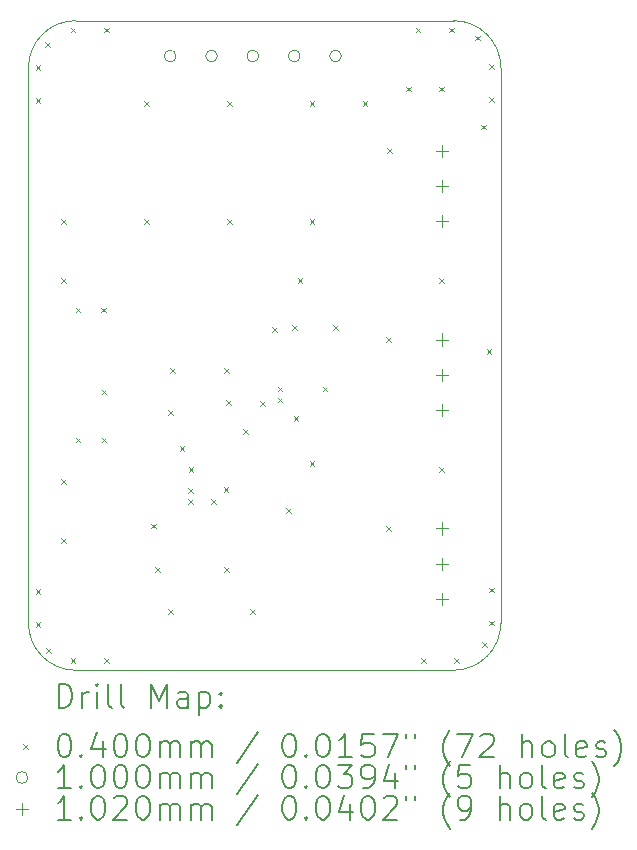
<source format=gbr>
%TF.GenerationSoftware,KiCad,Pcbnew,7.0.9*%
%TF.CreationDate,2023-11-28T01:14:56-06:00*%
%TF.ProjectId,Telemetry-Peripheral-SOM-Daughterboard-IMU,54656c65-6d65-4747-9279-2d5065726970,rev?*%
%TF.SameCoordinates,Original*%
%TF.FileFunction,Drillmap*%
%TF.FilePolarity,Positive*%
%FSLAX45Y45*%
G04 Gerber Fmt 4.5, Leading zero omitted, Abs format (unit mm)*
G04 Created by KiCad (PCBNEW 7.0.9) date 2023-11-28 01:14:56*
%MOMM*%
%LPD*%
G01*
G04 APERTURE LIST*
%ADD10C,0.100000*%
%ADD11C,0.200000*%
%ADD12C,0.102000*%
G04 APERTURE END LIST*
D10*
X18200000Y-11600000D02*
G75*
G03*
X18600000Y-11200000I0J400000D01*
G01*
X18600000Y-6500000D02*
G75*
G03*
X18200000Y-6100000I-400000J0D01*
G01*
X15000000Y-6100000D02*
G75*
G03*
X14600000Y-6500000I0J-400000D01*
G01*
X14600000Y-11200000D02*
G75*
G03*
X15000000Y-11600000I400000J0D01*
G01*
X14600000Y-11200000D02*
X14600000Y-6500000D01*
X15000000Y-6100000D02*
X18200000Y-6100000D01*
X18600000Y-6500000D02*
X18600000Y-11200000D01*
X18200000Y-11600000D02*
X15000000Y-11600000D01*
D11*
D10*
X14660000Y-6476256D02*
X14700000Y-6516256D01*
X14700000Y-6476256D02*
X14660000Y-6516256D01*
X14660000Y-6756256D02*
X14700000Y-6796256D01*
X14700000Y-6756256D02*
X14660000Y-6796256D01*
X14660000Y-10915564D02*
X14700000Y-10955564D01*
X14700000Y-10915564D02*
X14660000Y-10955564D01*
X14660000Y-11195564D02*
X14700000Y-11235564D01*
X14700000Y-11195564D02*
X14660000Y-11235564D01*
X14740000Y-6280000D02*
X14780000Y-6320000D01*
X14780000Y-6280000D02*
X14740000Y-6320000D01*
X14750000Y-11410000D02*
X14790000Y-11450000D01*
X14790000Y-11410000D02*
X14750000Y-11450000D01*
X14880000Y-7780000D02*
X14920000Y-7820000D01*
X14920000Y-7780000D02*
X14880000Y-7820000D01*
X14880000Y-8280000D02*
X14920000Y-8320000D01*
X14920000Y-8280000D02*
X14880000Y-8320000D01*
X14880000Y-9980000D02*
X14920000Y-10020000D01*
X14920000Y-9980000D02*
X14880000Y-10020000D01*
X14880000Y-10480000D02*
X14920000Y-10520000D01*
X14920000Y-10480000D02*
X14880000Y-10520000D01*
X14958383Y-6160000D02*
X14998383Y-6200000D01*
X14998383Y-6160000D02*
X14958383Y-6200000D01*
X14958553Y-11500000D02*
X14998553Y-11540000D01*
X14998553Y-11500000D02*
X14958553Y-11540000D01*
X15000000Y-8530000D02*
X15040000Y-8570000D01*
X15040000Y-8530000D02*
X15000000Y-8570000D01*
X15000000Y-9630000D02*
X15040000Y-9670000D01*
X15040000Y-9630000D02*
X15000000Y-9670000D01*
X15215000Y-8530000D02*
X15255000Y-8570000D01*
X15255000Y-8530000D02*
X15215000Y-8570000D01*
X15220000Y-9225000D02*
X15260000Y-9265000D01*
X15260000Y-9225000D02*
X15220000Y-9265000D01*
X15220000Y-9630000D02*
X15260000Y-9670000D01*
X15260000Y-9630000D02*
X15220000Y-9670000D01*
X15238383Y-6160000D02*
X15278383Y-6200000D01*
X15278383Y-6160000D02*
X15238383Y-6200000D01*
X15238553Y-11500000D02*
X15278553Y-11540000D01*
X15278553Y-11500000D02*
X15238553Y-11540000D01*
X15580000Y-6780000D02*
X15620000Y-6820000D01*
X15620000Y-6780000D02*
X15580000Y-6820000D01*
X15580000Y-7780000D02*
X15620000Y-7820000D01*
X15620000Y-7780000D02*
X15580000Y-7820000D01*
X15640000Y-10360000D02*
X15680000Y-10400000D01*
X15680000Y-10360000D02*
X15640000Y-10400000D01*
X15673140Y-10730000D02*
X15713140Y-10770000D01*
X15713140Y-10730000D02*
X15673140Y-10770000D01*
X15780000Y-9400000D02*
X15820000Y-9440000D01*
X15820000Y-9400000D02*
X15780000Y-9440000D01*
X15780000Y-11080000D02*
X15820000Y-11120000D01*
X15820000Y-11080000D02*
X15780000Y-11120000D01*
X15800000Y-9040000D02*
X15840000Y-9080000D01*
X15840000Y-9040000D02*
X15800000Y-9080000D01*
X15880000Y-9705000D02*
X15920000Y-9745000D01*
X15920000Y-9705000D02*
X15880000Y-9745000D01*
X15953951Y-10150147D02*
X15993951Y-10190147D01*
X15993951Y-10150147D02*
X15953951Y-10190147D01*
X15954723Y-10057500D02*
X15994723Y-10097500D01*
X15994723Y-10057500D02*
X15954723Y-10097500D01*
X15957350Y-9880000D02*
X15997350Y-9920000D01*
X15997350Y-9880000D02*
X15957350Y-9920000D01*
X16150000Y-10150000D02*
X16190000Y-10190000D01*
X16190000Y-10150000D02*
X16150000Y-10190000D01*
X16252650Y-10050000D02*
X16292650Y-10090000D01*
X16292650Y-10050000D02*
X16252650Y-10090000D01*
X16255000Y-10730000D02*
X16295000Y-10770000D01*
X16295000Y-10730000D02*
X16255000Y-10770000D01*
X16260000Y-9040000D02*
X16300000Y-9080000D01*
X16300000Y-9040000D02*
X16260000Y-9080000D01*
X16273646Y-9314569D02*
X16313646Y-9354569D01*
X16313646Y-9314569D02*
X16273646Y-9354569D01*
X16280000Y-6780000D02*
X16320000Y-6820000D01*
X16320000Y-6780000D02*
X16280000Y-6820000D01*
X16280000Y-7780000D02*
X16320000Y-7820000D01*
X16320000Y-7780000D02*
X16280000Y-7820000D01*
X16415000Y-9560000D02*
X16455000Y-9600000D01*
X16455000Y-9560000D02*
X16415000Y-9600000D01*
X16480000Y-11080000D02*
X16520000Y-11120000D01*
X16520000Y-11080000D02*
X16480000Y-11120000D01*
X16560000Y-9320000D02*
X16600000Y-9360000D01*
X16600000Y-9320000D02*
X16560000Y-9360000D01*
X16666364Y-8693636D02*
X16706364Y-8733636D01*
X16706364Y-8693636D02*
X16666364Y-8733636D01*
X16710000Y-9200000D02*
X16750000Y-9240000D01*
X16750000Y-9200000D02*
X16710000Y-9240000D01*
X16710000Y-9292650D02*
X16750000Y-9332650D01*
X16750000Y-9292650D02*
X16710000Y-9332650D01*
X16780000Y-10230000D02*
X16820000Y-10270000D01*
X16820000Y-10230000D02*
X16780000Y-10270000D01*
X16830000Y-8680000D02*
X16870000Y-8720000D01*
X16870000Y-8680000D02*
X16830000Y-8720000D01*
X16845000Y-9447450D02*
X16885000Y-9487450D01*
X16885000Y-9447450D02*
X16845000Y-9487450D01*
X16880000Y-8280000D02*
X16920000Y-8320000D01*
X16920000Y-8280000D02*
X16880000Y-8320000D01*
X16980000Y-6780000D02*
X17020000Y-6820000D01*
X17020000Y-6780000D02*
X16980000Y-6820000D01*
X16980000Y-7780000D02*
X17020000Y-7820000D01*
X17020000Y-7780000D02*
X16980000Y-7820000D01*
X16980000Y-9830000D02*
X17020000Y-9870000D01*
X17020000Y-9830000D02*
X16980000Y-9870000D01*
X17090000Y-9200000D02*
X17130000Y-9240000D01*
X17130000Y-9200000D02*
X17090000Y-9240000D01*
X17180000Y-8680000D02*
X17220000Y-8720000D01*
X17220000Y-8680000D02*
X17180000Y-8720000D01*
X17430000Y-6780000D02*
X17470000Y-6820000D01*
X17470000Y-6780000D02*
X17430000Y-6820000D01*
X17630000Y-8780000D02*
X17670000Y-8820000D01*
X17670000Y-8780000D02*
X17630000Y-8820000D01*
X17630000Y-10380000D02*
X17670000Y-10420000D01*
X17670000Y-10380000D02*
X17630000Y-10420000D01*
X17635000Y-7180000D02*
X17675000Y-7220000D01*
X17675000Y-7180000D02*
X17635000Y-7220000D01*
X17800000Y-6660000D02*
X17840000Y-6700000D01*
X17840000Y-6660000D02*
X17800000Y-6700000D01*
X17879383Y-6160000D02*
X17919383Y-6200000D01*
X17919383Y-6160000D02*
X17879383Y-6200000D01*
X17923607Y-11500000D02*
X17963607Y-11540000D01*
X17963607Y-11500000D02*
X17923607Y-11540000D01*
X18080000Y-6660000D02*
X18120000Y-6700000D01*
X18120000Y-6660000D02*
X18080000Y-6700000D01*
X18080000Y-8280000D02*
X18120000Y-8320000D01*
X18120000Y-8280000D02*
X18080000Y-8320000D01*
X18080000Y-9880000D02*
X18120000Y-9920000D01*
X18120000Y-9880000D02*
X18080000Y-9920000D01*
X18159383Y-6160000D02*
X18199383Y-6200000D01*
X18199383Y-6160000D02*
X18159383Y-6200000D01*
X18203607Y-11500000D02*
X18243607Y-11540000D01*
X18243607Y-11500000D02*
X18203607Y-11540000D01*
X18379383Y-6227522D02*
X18419383Y-6267522D01*
X18419383Y-6227522D02*
X18379383Y-6267522D01*
X18430000Y-6980000D02*
X18470000Y-7020000D01*
X18470000Y-6980000D02*
X18430000Y-7020000D01*
X18443607Y-11360000D02*
X18483607Y-11400000D01*
X18483607Y-11360000D02*
X18443607Y-11400000D01*
X18480000Y-8880000D02*
X18520000Y-8920000D01*
X18520000Y-8880000D02*
X18480000Y-8920000D01*
X18500000Y-6467522D02*
X18540000Y-6507522D01*
X18540000Y-6467522D02*
X18500000Y-6507522D01*
X18500000Y-6747522D02*
X18540000Y-6787522D01*
X18540000Y-6747522D02*
X18500000Y-6787522D01*
X18500000Y-10900000D02*
X18540000Y-10940000D01*
X18540000Y-10900000D02*
X18500000Y-10940000D01*
X18500000Y-11180000D02*
X18540000Y-11220000D01*
X18540000Y-11180000D02*
X18500000Y-11220000D01*
X15850000Y-6400000D02*
G75*
G03*
X15850000Y-6400000I-50000J0D01*
G01*
X16200000Y-6400000D02*
G75*
G03*
X16200000Y-6400000I-50000J0D01*
G01*
X16550000Y-6400000D02*
G75*
G03*
X16550000Y-6400000I-50000J0D01*
G01*
X16900000Y-6400000D02*
G75*
G03*
X16900000Y-6400000I-50000J0D01*
G01*
X17250000Y-6400000D02*
G75*
G03*
X17250000Y-6400000I-50000J0D01*
G01*
D12*
X18100000Y-7149000D02*
X18100000Y-7251000D01*
X18049000Y-7200000D02*
X18151000Y-7200000D01*
X18100000Y-7449000D02*
X18100000Y-7551000D01*
X18049000Y-7500000D02*
X18151000Y-7500000D01*
X18100000Y-7749000D02*
X18100000Y-7851000D01*
X18049000Y-7800000D02*
X18151000Y-7800000D01*
X18100000Y-8749000D02*
X18100000Y-8851000D01*
X18049000Y-8800000D02*
X18151000Y-8800000D01*
X18100000Y-9049000D02*
X18100000Y-9151000D01*
X18049000Y-9100000D02*
X18151000Y-9100000D01*
X18100000Y-9349000D02*
X18100000Y-9451000D01*
X18049000Y-9400000D02*
X18151000Y-9400000D01*
X18100000Y-10349000D02*
X18100000Y-10451000D01*
X18049000Y-10400000D02*
X18151000Y-10400000D01*
X18100000Y-10649000D02*
X18100000Y-10751000D01*
X18049000Y-10700000D02*
X18151000Y-10700000D01*
X18100000Y-10949000D02*
X18100000Y-11051000D01*
X18049000Y-11000000D02*
X18151000Y-11000000D01*
D11*
X14855777Y-11916484D02*
X14855777Y-11716484D01*
X14855777Y-11716484D02*
X14903396Y-11716484D01*
X14903396Y-11716484D02*
X14931967Y-11726008D01*
X14931967Y-11726008D02*
X14951015Y-11745055D01*
X14951015Y-11745055D02*
X14960539Y-11764103D01*
X14960539Y-11764103D02*
X14970062Y-11802198D01*
X14970062Y-11802198D02*
X14970062Y-11830769D01*
X14970062Y-11830769D02*
X14960539Y-11868865D01*
X14960539Y-11868865D02*
X14951015Y-11887912D01*
X14951015Y-11887912D02*
X14931967Y-11906960D01*
X14931967Y-11906960D02*
X14903396Y-11916484D01*
X14903396Y-11916484D02*
X14855777Y-11916484D01*
X15055777Y-11916484D02*
X15055777Y-11783150D01*
X15055777Y-11821246D02*
X15065301Y-11802198D01*
X15065301Y-11802198D02*
X15074824Y-11792674D01*
X15074824Y-11792674D02*
X15093872Y-11783150D01*
X15093872Y-11783150D02*
X15112920Y-11783150D01*
X15179586Y-11916484D02*
X15179586Y-11783150D01*
X15179586Y-11716484D02*
X15170062Y-11726008D01*
X15170062Y-11726008D02*
X15179586Y-11735531D01*
X15179586Y-11735531D02*
X15189110Y-11726008D01*
X15189110Y-11726008D02*
X15179586Y-11716484D01*
X15179586Y-11716484D02*
X15179586Y-11735531D01*
X15303396Y-11916484D02*
X15284348Y-11906960D01*
X15284348Y-11906960D02*
X15274824Y-11887912D01*
X15274824Y-11887912D02*
X15274824Y-11716484D01*
X15408158Y-11916484D02*
X15389110Y-11906960D01*
X15389110Y-11906960D02*
X15379586Y-11887912D01*
X15379586Y-11887912D02*
X15379586Y-11716484D01*
X15636729Y-11916484D02*
X15636729Y-11716484D01*
X15636729Y-11716484D02*
X15703396Y-11859341D01*
X15703396Y-11859341D02*
X15770062Y-11716484D01*
X15770062Y-11716484D02*
X15770062Y-11916484D01*
X15951015Y-11916484D02*
X15951015Y-11811722D01*
X15951015Y-11811722D02*
X15941491Y-11792674D01*
X15941491Y-11792674D02*
X15922443Y-11783150D01*
X15922443Y-11783150D02*
X15884348Y-11783150D01*
X15884348Y-11783150D02*
X15865301Y-11792674D01*
X15951015Y-11906960D02*
X15931967Y-11916484D01*
X15931967Y-11916484D02*
X15884348Y-11916484D01*
X15884348Y-11916484D02*
X15865301Y-11906960D01*
X15865301Y-11906960D02*
X15855777Y-11887912D01*
X15855777Y-11887912D02*
X15855777Y-11868865D01*
X15855777Y-11868865D02*
X15865301Y-11849817D01*
X15865301Y-11849817D02*
X15884348Y-11840293D01*
X15884348Y-11840293D02*
X15931967Y-11840293D01*
X15931967Y-11840293D02*
X15951015Y-11830769D01*
X16046253Y-11783150D02*
X16046253Y-11983150D01*
X16046253Y-11792674D02*
X16065301Y-11783150D01*
X16065301Y-11783150D02*
X16103396Y-11783150D01*
X16103396Y-11783150D02*
X16122443Y-11792674D01*
X16122443Y-11792674D02*
X16131967Y-11802198D01*
X16131967Y-11802198D02*
X16141491Y-11821246D01*
X16141491Y-11821246D02*
X16141491Y-11878388D01*
X16141491Y-11878388D02*
X16131967Y-11897436D01*
X16131967Y-11897436D02*
X16122443Y-11906960D01*
X16122443Y-11906960D02*
X16103396Y-11916484D01*
X16103396Y-11916484D02*
X16065301Y-11916484D01*
X16065301Y-11916484D02*
X16046253Y-11906960D01*
X16227205Y-11897436D02*
X16236729Y-11906960D01*
X16236729Y-11906960D02*
X16227205Y-11916484D01*
X16227205Y-11916484D02*
X16217682Y-11906960D01*
X16217682Y-11906960D02*
X16227205Y-11897436D01*
X16227205Y-11897436D02*
X16227205Y-11916484D01*
X16227205Y-11792674D02*
X16236729Y-11802198D01*
X16236729Y-11802198D02*
X16227205Y-11811722D01*
X16227205Y-11811722D02*
X16217682Y-11802198D01*
X16217682Y-11802198D02*
X16227205Y-11792674D01*
X16227205Y-11792674D02*
X16227205Y-11811722D01*
D10*
X14555000Y-12225000D02*
X14595000Y-12265000D01*
X14595000Y-12225000D02*
X14555000Y-12265000D01*
D11*
X14893872Y-12136484D02*
X14912920Y-12136484D01*
X14912920Y-12136484D02*
X14931967Y-12146008D01*
X14931967Y-12146008D02*
X14941491Y-12155531D01*
X14941491Y-12155531D02*
X14951015Y-12174579D01*
X14951015Y-12174579D02*
X14960539Y-12212674D01*
X14960539Y-12212674D02*
X14960539Y-12260293D01*
X14960539Y-12260293D02*
X14951015Y-12298388D01*
X14951015Y-12298388D02*
X14941491Y-12317436D01*
X14941491Y-12317436D02*
X14931967Y-12326960D01*
X14931967Y-12326960D02*
X14912920Y-12336484D01*
X14912920Y-12336484D02*
X14893872Y-12336484D01*
X14893872Y-12336484D02*
X14874824Y-12326960D01*
X14874824Y-12326960D02*
X14865301Y-12317436D01*
X14865301Y-12317436D02*
X14855777Y-12298388D01*
X14855777Y-12298388D02*
X14846253Y-12260293D01*
X14846253Y-12260293D02*
X14846253Y-12212674D01*
X14846253Y-12212674D02*
X14855777Y-12174579D01*
X14855777Y-12174579D02*
X14865301Y-12155531D01*
X14865301Y-12155531D02*
X14874824Y-12146008D01*
X14874824Y-12146008D02*
X14893872Y-12136484D01*
X15046253Y-12317436D02*
X15055777Y-12326960D01*
X15055777Y-12326960D02*
X15046253Y-12336484D01*
X15046253Y-12336484D02*
X15036729Y-12326960D01*
X15036729Y-12326960D02*
X15046253Y-12317436D01*
X15046253Y-12317436D02*
X15046253Y-12336484D01*
X15227205Y-12203150D02*
X15227205Y-12336484D01*
X15179586Y-12126960D02*
X15131967Y-12269817D01*
X15131967Y-12269817D02*
X15255777Y-12269817D01*
X15370062Y-12136484D02*
X15389110Y-12136484D01*
X15389110Y-12136484D02*
X15408158Y-12146008D01*
X15408158Y-12146008D02*
X15417682Y-12155531D01*
X15417682Y-12155531D02*
X15427205Y-12174579D01*
X15427205Y-12174579D02*
X15436729Y-12212674D01*
X15436729Y-12212674D02*
X15436729Y-12260293D01*
X15436729Y-12260293D02*
X15427205Y-12298388D01*
X15427205Y-12298388D02*
X15417682Y-12317436D01*
X15417682Y-12317436D02*
X15408158Y-12326960D01*
X15408158Y-12326960D02*
X15389110Y-12336484D01*
X15389110Y-12336484D02*
X15370062Y-12336484D01*
X15370062Y-12336484D02*
X15351015Y-12326960D01*
X15351015Y-12326960D02*
X15341491Y-12317436D01*
X15341491Y-12317436D02*
X15331967Y-12298388D01*
X15331967Y-12298388D02*
X15322443Y-12260293D01*
X15322443Y-12260293D02*
X15322443Y-12212674D01*
X15322443Y-12212674D02*
X15331967Y-12174579D01*
X15331967Y-12174579D02*
X15341491Y-12155531D01*
X15341491Y-12155531D02*
X15351015Y-12146008D01*
X15351015Y-12146008D02*
X15370062Y-12136484D01*
X15560539Y-12136484D02*
X15579586Y-12136484D01*
X15579586Y-12136484D02*
X15598634Y-12146008D01*
X15598634Y-12146008D02*
X15608158Y-12155531D01*
X15608158Y-12155531D02*
X15617682Y-12174579D01*
X15617682Y-12174579D02*
X15627205Y-12212674D01*
X15627205Y-12212674D02*
X15627205Y-12260293D01*
X15627205Y-12260293D02*
X15617682Y-12298388D01*
X15617682Y-12298388D02*
X15608158Y-12317436D01*
X15608158Y-12317436D02*
X15598634Y-12326960D01*
X15598634Y-12326960D02*
X15579586Y-12336484D01*
X15579586Y-12336484D02*
X15560539Y-12336484D01*
X15560539Y-12336484D02*
X15541491Y-12326960D01*
X15541491Y-12326960D02*
X15531967Y-12317436D01*
X15531967Y-12317436D02*
X15522443Y-12298388D01*
X15522443Y-12298388D02*
X15512920Y-12260293D01*
X15512920Y-12260293D02*
X15512920Y-12212674D01*
X15512920Y-12212674D02*
X15522443Y-12174579D01*
X15522443Y-12174579D02*
X15531967Y-12155531D01*
X15531967Y-12155531D02*
X15541491Y-12146008D01*
X15541491Y-12146008D02*
X15560539Y-12136484D01*
X15712920Y-12336484D02*
X15712920Y-12203150D01*
X15712920Y-12222198D02*
X15722443Y-12212674D01*
X15722443Y-12212674D02*
X15741491Y-12203150D01*
X15741491Y-12203150D02*
X15770063Y-12203150D01*
X15770063Y-12203150D02*
X15789110Y-12212674D01*
X15789110Y-12212674D02*
X15798634Y-12231722D01*
X15798634Y-12231722D02*
X15798634Y-12336484D01*
X15798634Y-12231722D02*
X15808158Y-12212674D01*
X15808158Y-12212674D02*
X15827205Y-12203150D01*
X15827205Y-12203150D02*
X15855777Y-12203150D01*
X15855777Y-12203150D02*
X15874824Y-12212674D01*
X15874824Y-12212674D02*
X15884348Y-12231722D01*
X15884348Y-12231722D02*
X15884348Y-12336484D01*
X15979586Y-12336484D02*
X15979586Y-12203150D01*
X15979586Y-12222198D02*
X15989110Y-12212674D01*
X15989110Y-12212674D02*
X16008158Y-12203150D01*
X16008158Y-12203150D02*
X16036729Y-12203150D01*
X16036729Y-12203150D02*
X16055777Y-12212674D01*
X16055777Y-12212674D02*
X16065301Y-12231722D01*
X16065301Y-12231722D02*
X16065301Y-12336484D01*
X16065301Y-12231722D02*
X16074824Y-12212674D01*
X16074824Y-12212674D02*
X16093872Y-12203150D01*
X16093872Y-12203150D02*
X16122443Y-12203150D01*
X16122443Y-12203150D02*
X16141491Y-12212674D01*
X16141491Y-12212674D02*
X16151015Y-12231722D01*
X16151015Y-12231722D02*
X16151015Y-12336484D01*
X16541491Y-12126960D02*
X16370063Y-12384103D01*
X16798634Y-12136484D02*
X16817682Y-12136484D01*
X16817682Y-12136484D02*
X16836729Y-12146008D01*
X16836729Y-12146008D02*
X16846253Y-12155531D01*
X16846253Y-12155531D02*
X16855777Y-12174579D01*
X16855777Y-12174579D02*
X16865301Y-12212674D01*
X16865301Y-12212674D02*
X16865301Y-12260293D01*
X16865301Y-12260293D02*
X16855777Y-12298388D01*
X16855777Y-12298388D02*
X16846253Y-12317436D01*
X16846253Y-12317436D02*
X16836729Y-12326960D01*
X16836729Y-12326960D02*
X16817682Y-12336484D01*
X16817682Y-12336484D02*
X16798634Y-12336484D01*
X16798634Y-12336484D02*
X16779587Y-12326960D01*
X16779587Y-12326960D02*
X16770063Y-12317436D01*
X16770063Y-12317436D02*
X16760539Y-12298388D01*
X16760539Y-12298388D02*
X16751015Y-12260293D01*
X16751015Y-12260293D02*
X16751015Y-12212674D01*
X16751015Y-12212674D02*
X16760539Y-12174579D01*
X16760539Y-12174579D02*
X16770063Y-12155531D01*
X16770063Y-12155531D02*
X16779587Y-12146008D01*
X16779587Y-12146008D02*
X16798634Y-12136484D01*
X16951015Y-12317436D02*
X16960539Y-12326960D01*
X16960539Y-12326960D02*
X16951015Y-12336484D01*
X16951015Y-12336484D02*
X16941491Y-12326960D01*
X16941491Y-12326960D02*
X16951015Y-12317436D01*
X16951015Y-12317436D02*
X16951015Y-12336484D01*
X17084348Y-12136484D02*
X17103396Y-12136484D01*
X17103396Y-12136484D02*
X17122444Y-12146008D01*
X17122444Y-12146008D02*
X17131968Y-12155531D01*
X17131968Y-12155531D02*
X17141491Y-12174579D01*
X17141491Y-12174579D02*
X17151015Y-12212674D01*
X17151015Y-12212674D02*
X17151015Y-12260293D01*
X17151015Y-12260293D02*
X17141491Y-12298388D01*
X17141491Y-12298388D02*
X17131968Y-12317436D01*
X17131968Y-12317436D02*
X17122444Y-12326960D01*
X17122444Y-12326960D02*
X17103396Y-12336484D01*
X17103396Y-12336484D02*
X17084348Y-12336484D01*
X17084348Y-12336484D02*
X17065301Y-12326960D01*
X17065301Y-12326960D02*
X17055777Y-12317436D01*
X17055777Y-12317436D02*
X17046253Y-12298388D01*
X17046253Y-12298388D02*
X17036729Y-12260293D01*
X17036729Y-12260293D02*
X17036729Y-12212674D01*
X17036729Y-12212674D02*
X17046253Y-12174579D01*
X17046253Y-12174579D02*
X17055777Y-12155531D01*
X17055777Y-12155531D02*
X17065301Y-12146008D01*
X17065301Y-12146008D02*
X17084348Y-12136484D01*
X17341491Y-12336484D02*
X17227206Y-12336484D01*
X17284348Y-12336484D02*
X17284348Y-12136484D01*
X17284348Y-12136484D02*
X17265301Y-12165055D01*
X17265301Y-12165055D02*
X17246253Y-12184103D01*
X17246253Y-12184103D02*
X17227206Y-12193627D01*
X17522444Y-12136484D02*
X17427206Y-12136484D01*
X17427206Y-12136484D02*
X17417682Y-12231722D01*
X17417682Y-12231722D02*
X17427206Y-12222198D01*
X17427206Y-12222198D02*
X17446253Y-12212674D01*
X17446253Y-12212674D02*
X17493872Y-12212674D01*
X17493872Y-12212674D02*
X17512920Y-12222198D01*
X17512920Y-12222198D02*
X17522444Y-12231722D01*
X17522444Y-12231722D02*
X17531968Y-12250769D01*
X17531968Y-12250769D02*
X17531968Y-12298388D01*
X17531968Y-12298388D02*
X17522444Y-12317436D01*
X17522444Y-12317436D02*
X17512920Y-12326960D01*
X17512920Y-12326960D02*
X17493872Y-12336484D01*
X17493872Y-12336484D02*
X17446253Y-12336484D01*
X17446253Y-12336484D02*
X17427206Y-12326960D01*
X17427206Y-12326960D02*
X17417682Y-12317436D01*
X17598634Y-12136484D02*
X17731968Y-12136484D01*
X17731968Y-12136484D02*
X17646253Y-12336484D01*
X17798634Y-12136484D02*
X17798634Y-12174579D01*
X17874825Y-12136484D02*
X17874825Y-12174579D01*
X18170063Y-12412674D02*
X18160539Y-12403150D01*
X18160539Y-12403150D02*
X18141491Y-12374579D01*
X18141491Y-12374579D02*
X18131968Y-12355531D01*
X18131968Y-12355531D02*
X18122444Y-12326960D01*
X18122444Y-12326960D02*
X18112920Y-12279341D01*
X18112920Y-12279341D02*
X18112920Y-12241246D01*
X18112920Y-12241246D02*
X18122444Y-12193627D01*
X18122444Y-12193627D02*
X18131968Y-12165055D01*
X18131968Y-12165055D02*
X18141491Y-12146008D01*
X18141491Y-12146008D02*
X18160539Y-12117436D01*
X18160539Y-12117436D02*
X18170063Y-12107912D01*
X18227206Y-12136484D02*
X18360539Y-12136484D01*
X18360539Y-12136484D02*
X18274825Y-12336484D01*
X18427206Y-12155531D02*
X18436730Y-12146008D01*
X18436730Y-12146008D02*
X18455777Y-12136484D01*
X18455777Y-12136484D02*
X18503396Y-12136484D01*
X18503396Y-12136484D02*
X18522444Y-12146008D01*
X18522444Y-12146008D02*
X18531968Y-12155531D01*
X18531968Y-12155531D02*
X18541491Y-12174579D01*
X18541491Y-12174579D02*
X18541491Y-12193627D01*
X18541491Y-12193627D02*
X18531968Y-12222198D01*
X18531968Y-12222198D02*
X18417682Y-12336484D01*
X18417682Y-12336484D02*
X18541491Y-12336484D01*
X18779587Y-12336484D02*
X18779587Y-12136484D01*
X18865301Y-12336484D02*
X18865301Y-12231722D01*
X18865301Y-12231722D02*
X18855777Y-12212674D01*
X18855777Y-12212674D02*
X18836730Y-12203150D01*
X18836730Y-12203150D02*
X18808158Y-12203150D01*
X18808158Y-12203150D02*
X18789111Y-12212674D01*
X18789111Y-12212674D02*
X18779587Y-12222198D01*
X18989111Y-12336484D02*
X18970063Y-12326960D01*
X18970063Y-12326960D02*
X18960539Y-12317436D01*
X18960539Y-12317436D02*
X18951015Y-12298388D01*
X18951015Y-12298388D02*
X18951015Y-12241246D01*
X18951015Y-12241246D02*
X18960539Y-12222198D01*
X18960539Y-12222198D02*
X18970063Y-12212674D01*
X18970063Y-12212674D02*
X18989111Y-12203150D01*
X18989111Y-12203150D02*
X19017682Y-12203150D01*
X19017682Y-12203150D02*
X19036730Y-12212674D01*
X19036730Y-12212674D02*
X19046253Y-12222198D01*
X19046253Y-12222198D02*
X19055777Y-12241246D01*
X19055777Y-12241246D02*
X19055777Y-12298388D01*
X19055777Y-12298388D02*
X19046253Y-12317436D01*
X19046253Y-12317436D02*
X19036730Y-12326960D01*
X19036730Y-12326960D02*
X19017682Y-12336484D01*
X19017682Y-12336484D02*
X18989111Y-12336484D01*
X19170063Y-12336484D02*
X19151015Y-12326960D01*
X19151015Y-12326960D02*
X19141492Y-12307912D01*
X19141492Y-12307912D02*
X19141492Y-12136484D01*
X19322444Y-12326960D02*
X19303396Y-12336484D01*
X19303396Y-12336484D02*
X19265301Y-12336484D01*
X19265301Y-12336484D02*
X19246253Y-12326960D01*
X19246253Y-12326960D02*
X19236730Y-12307912D01*
X19236730Y-12307912D02*
X19236730Y-12231722D01*
X19236730Y-12231722D02*
X19246253Y-12212674D01*
X19246253Y-12212674D02*
X19265301Y-12203150D01*
X19265301Y-12203150D02*
X19303396Y-12203150D01*
X19303396Y-12203150D02*
X19322444Y-12212674D01*
X19322444Y-12212674D02*
X19331968Y-12231722D01*
X19331968Y-12231722D02*
X19331968Y-12250769D01*
X19331968Y-12250769D02*
X19236730Y-12269817D01*
X19408158Y-12326960D02*
X19427206Y-12336484D01*
X19427206Y-12336484D02*
X19465301Y-12336484D01*
X19465301Y-12336484D02*
X19484349Y-12326960D01*
X19484349Y-12326960D02*
X19493873Y-12307912D01*
X19493873Y-12307912D02*
X19493873Y-12298388D01*
X19493873Y-12298388D02*
X19484349Y-12279341D01*
X19484349Y-12279341D02*
X19465301Y-12269817D01*
X19465301Y-12269817D02*
X19436730Y-12269817D01*
X19436730Y-12269817D02*
X19417682Y-12260293D01*
X19417682Y-12260293D02*
X19408158Y-12241246D01*
X19408158Y-12241246D02*
X19408158Y-12231722D01*
X19408158Y-12231722D02*
X19417682Y-12212674D01*
X19417682Y-12212674D02*
X19436730Y-12203150D01*
X19436730Y-12203150D02*
X19465301Y-12203150D01*
X19465301Y-12203150D02*
X19484349Y-12212674D01*
X19560539Y-12412674D02*
X19570063Y-12403150D01*
X19570063Y-12403150D02*
X19589111Y-12374579D01*
X19589111Y-12374579D02*
X19598634Y-12355531D01*
X19598634Y-12355531D02*
X19608158Y-12326960D01*
X19608158Y-12326960D02*
X19617682Y-12279341D01*
X19617682Y-12279341D02*
X19617682Y-12241246D01*
X19617682Y-12241246D02*
X19608158Y-12193627D01*
X19608158Y-12193627D02*
X19598634Y-12165055D01*
X19598634Y-12165055D02*
X19589111Y-12146008D01*
X19589111Y-12146008D02*
X19570063Y-12117436D01*
X19570063Y-12117436D02*
X19560539Y-12107912D01*
D10*
X14595000Y-12509000D02*
G75*
G03*
X14595000Y-12509000I-50000J0D01*
G01*
D11*
X14960539Y-12600484D02*
X14846253Y-12600484D01*
X14903396Y-12600484D02*
X14903396Y-12400484D01*
X14903396Y-12400484D02*
X14884348Y-12429055D01*
X14884348Y-12429055D02*
X14865301Y-12448103D01*
X14865301Y-12448103D02*
X14846253Y-12457627D01*
X15046253Y-12581436D02*
X15055777Y-12590960D01*
X15055777Y-12590960D02*
X15046253Y-12600484D01*
X15046253Y-12600484D02*
X15036729Y-12590960D01*
X15036729Y-12590960D02*
X15046253Y-12581436D01*
X15046253Y-12581436D02*
X15046253Y-12600484D01*
X15179586Y-12400484D02*
X15198634Y-12400484D01*
X15198634Y-12400484D02*
X15217682Y-12410008D01*
X15217682Y-12410008D02*
X15227205Y-12419531D01*
X15227205Y-12419531D02*
X15236729Y-12438579D01*
X15236729Y-12438579D02*
X15246253Y-12476674D01*
X15246253Y-12476674D02*
X15246253Y-12524293D01*
X15246253Y-12524293D02*
X15236729Y-12562388D01*
X15236729Y-12562388D02*
X15227205Y-12581436D01*
X15227205Y-12581436D02*
X15217682Y-12590960D01*
X15217682Y-12590960D02*
X15198634Y-12600484D01*
X15198634Y-12600484D02*
X15179586Y-12600484D01*
X15179586Y-12600484D02*
X15160539Y-12590960D01*
X15160539Y-12590960D02*
X15151015Y-12581436D01*
X15151015Y-12581436D02*
X15141491Y-12562388D01*
X15141491Y-12562388D02*
X15131967Y-12524293D01*
X15131967Y-12524293D02*
X15131967Y-12476674D01*
X15131967Y-12476674D02*
X15141491Y-12438579D01*
X15141491Y-12438579D02*
X15151015Y-12419531D01*
X15151015Y-12419531D02*
X15160539Y-12410008D01*
X15160539Y-12410008D02*
X15179586Y-12400484D01*
X15370062Y-12400484D02*
X15389110Y-12400484D01*
X15389110Y-12400484D02*
X15408158Y-12410008D01*
X15408158Y-12410008D02*
X15417682Y-12419531D01*
X15417682Y-12419531D02*
X15427205Y-12438579D01*
X15427205Y-12438579D02*
X15436729Y-12476674D01*
X15436729Y-12476674D02*
X15436729Y-12524293D01*
X15436729Y-12524293D02*
X15427205Y-12562388D01*
X15427205Y-12562388D02*
X15417682Y-12581436D01*
X15417682Y-12581436D02*
X15408158Y-12590960D01*
X15408158Y-12590960D02*
X15389110Y-12600484D01*
X15389110Y-12600484D02*
X15370062Y-12600484D01*
X15370062Y-12600484D02*
X15351015Y-12590960D01*
X15351015Y-12590960D02*
X15341491Y-12581436D01*
X15341491Y-12581436D02*
X15331967Y-12562388D01*
X15331967Y-12562388D02*
X15322443Y-12524293D01*
X15322443Y-12524293D02*
X15322443Y-12476674D01*
X15322443Y-12476674D02*
X15331967Y-12438579D01*
X15331967Y-12438579D02*
X15341491Y-12419531D01*
X15341491Y-12419531D02*
X15351015Y-12410008D01*
X15351015Y-12410008D02*
X15370062Y-12400484D01*
X15560539Y-12400484D02*
X15579586Y-12400484D01*
X15579586Y-12400484D02*
X15598634Y-12410008D01*
X15598634Y-12410008D02*
X15608158Y-12419531D01*
X15608158Y-12419531D02*
X15617682Y-12438579D01*
X15617682Y-12438579D02*
X15627205Y-12476674D01*
X15627205Y-12476674D02*
X15627205Y-12524293D01*
X15627205Y-12524293D02*
X15617682Y-12562388D01*
X15617682Y-12562388D02*
X15608158Y-12581436D01*
X15608158Y-12581436D02*
X15598634Y-12590960D01*
X15598634Y-12590960D02*
X15579586Y-12600484D01*
X15579586Y-12600484D02*
X15560539Y-12600484D01*
X15560539Y-12600484D02*
X15541491Y-12590960D01*
X15541491Y-12590960D02*
X15531967Y-12581436D01*
X15531967Y-12581436D02*
X15522443Y-12562388D01*
X15522443Y-12562388D02*
X15512920Y-12524293D01*
X15512920Y-12524293D02*
X15512920Y-12476674D01*
X15512920Y-12476674D02*
X15522443Y-12438579D01*
X15522443Y-12438579D02*
X15531967Y-12419531D01*
X15531967Y-12419531D02*
X15541491Y-12410008D01*
X15541491Y-12410008D02*
X15560539Y-12400484D01*
X15712920Y-12600484D02*
X15712920Y-12467150D01*
X15712920Y-12486198D02*
X15722443Y-12476674D01*
X15722443Y-12476674D02*
X15741491Y-12467150D01*
X15741491Y-12467150D02*
X15770063Y-12467150D01*
X15770063Y-12467150D02*
X15789110Y-12476674D01*
X15789110Y-12476674D02*
X15798634Y-12495722D01*
X15798634Y-12495722D02*
X15798634Y-12600484D01*
X15798634Y-12495722D02*
X15808158Y-12476674D01*
X15808158Y-12476674D02*
X15827205Y-12467150D01*
X15827205Y-12467150D02*
X15855777Y-12467150D01*
X15855777Y-12467150D02*
X15874824Y-12476674D01*
X15874824Y-12476674D02*
X15884348Y-12495722D01*
X15884348Y-12495722D02*
X15884348Y-12600484D01*
X15979586Y-12600484D02*
X15979586Y-12467150D01*
X15979586Y-12486198D02*
X15989110Y-12476674D01*
X15989110Y-12476674D02*
X16008158Y-12467150D01*
X16008158Y-12467150D02*
X16036729Y-12467150D01*
X16036729Y-12467150D02*
X16055777Y-12476674D01*
X16055777Y-12476674D02*
X16065301Y-12495722D01*
X16065301Y-12495722D02*
X16065301Y-12600484D01*
X16065301Y-12495722D02*
X16074824Y-12476674D01*
X16074824Y-12476674D02*
X16093872Y-12467150D01*
X16093872Y-12467150D02*
X16122443Y-12467150D01*
X16122443Y-12467150D02*
X16141491Y-12476674D01*
X16141491Y-12476674D02*
X16151015Y-12495722D01*
X16151015Y-12495722D02*
X16151015Y-12600484D01*
X16541491Y-12390960D02*
X16370063Y-12648103D01*
X16798634Y-12400484D02*
X16817682Y-12400484D01*
X16817682Y-12400484D02*
X16836729Y-12410008D01*
X16836729Y-12410008D02*
X16846253Y-12419531D01*
X16846253Y-12419531D02*
X16855777Y-12438579D01*
X16855777Y-12438579D02*
X16865301Y-12476674D01*
X16865301Y-12476674D02*
X16865301Y-12524293D01*
X16865301Y-12524293D02*
X16855777Y-12562388D01*
X16855777Y-12562388D02*
X16846253Y-12581436D01*
X16846253Y-12581436D02*
X16836729Y-12590960D01*
X16836729Y-12590960D02*
X16817682Y-12600484D01*
X16817682Y-12600484D02*
X16798634Y-12600484D01*
X16798634Y-12600484D02*
X16779587Y-12590960D01*
X16779587Y-12590960D02*
X16770063Y-12581436D01*
X16770063Y-12581436D02*
X16760539Y-12562388D01*
X16760539Y-12562388D02*
X16751015Y-12524293D01*
X16751015Y-12524293D02*
X16751015Y-12476674D01*
X16751015Y-12476674D02*
X16760539Y-12438579D01*
X16760539Y-12438579D02*
X16770063Y-12419531D01*
X16770063Y-12419531D02*
X16779587Y-12410008D01*
X16779587Y-12410008D02*
X16798634Y-12400484D01*
X16951015Y-12581436D02*
X16960539Y-12590960D01*
X16960539Y-12590960D02*
X16951015Y-12600484D01*
X16951015Y-12600484D02*
X16941491Y-12590960D01*
X16941491Y-12590960D02*
X16951015Y-12581436D01*
X16951015Y-12581436D02*
X16951015Y-12600484D01*
X17084348Y-12400484D02*
X17103396Y-12400484D01*
X17103396Y-12400484D02*
X17122444Y-12410008D01*
X17122444Y-12410008D02*
X17131968Y-12419531D01*
X17131968Y-12419531D02*
X17141491Y-12438579D01*
X17141491Y-12438579D02*
X17151015Y-12476674D01*
X17151015Y-12476674D02*
X17151015Y-12524293D01*
X17151015Y-12524293D02*
X17141491Y-12562388D01*
X17141491Y-12562388D02*
X17131968Y-12581436D01*
X17131968Y-12581436D02*
X17122444Y-12590960D01*
X17122444Y-12590960D02*
X17103396Y-12600484D01*
X17103396Y-12600484D02*
X17084348Y-12600484D01*
X17084348Y-12600484D02*
X17065301Y-12590960D01*
X17065301Y-12590960D02*
X17055777Y-12581436D01*
X17055777Y-12581436D02*
X17046253Y-12562388D01*
X17046253Y-12562388D02*
X17036729Y-12524293D01*
X17036729Y-12524293D02*
X17036729Y-12476674D01*
X17036729Y-12476674D02*
X17046253Y-12438579D01*
X17046253Y-12438579D02*
X17055777Y-12419531D01*
X17055777Y-12419531D02*
X17065301Y-12410008D01*
X17065301Y-12410008D02*
X17084348Y-12400484D01*
X17217682Y-12400484D02*
X17341491Y-12400484D01*
X17341491Y-12400484D02*
X17274825Y-12476674D01*
X17274825Y-12476674D02*
X17303396Y-12476674D01*
X17303396Y-12476674D02*
X17322444Y-12486198D01*
X17322444Y-12486198D02*
X17331968Y-12495722D01*
X17331968Y-12495722D02*
X17341491Y-12514769D01*
X17341491Y-12514769D02*
X17341491Y-12562388D01*
X17341491Y-12562388D02*
X17331968Y-12581436D01*
X17331968Y-12581436D02*
X17322444Y-12590960D01*
X17322444Y-12590960D02*
X17303396Y-12600484D01*
X17303396Y-12600484D02*
X17246253Y-12600484D01*
X17246253Y-12600484D02*
X17227206Y-12590960D01*
X17227206Y-12590960D02*
X17217682Y-12581436D01*
X17436729Y-12600484D02*
X17474825Y-12600484D01*
X17474825Y-12600484D02*
X17493872Y-12590960D01*
X17493872Y-12590960D02*
X17503396Y-12581436D01*
X17503396Y-12581436D02*
X17522444Y-12552865D01*
X17522444Y-12552865D02*
X17531968Y-12514769D01*
X17531968Y-12514769D02*
X17531968Y-12438579D01*
X17531968Y-12438579D02*
X17522444Y-12419531D01*
X17522444Y-12419531D02*
X17512920Y-12410008D01*
X17512920Y-12410008D02*
X17493872Y-12400484D01*
X17493872Y-12400484D02*
X17455777Y-12400484D01*
X17455777Y-12400484D02*
X17436729Y-12410008D01*
X17436729Y-12410008D02*
X17427206Y-12419531D01*
X17427206Y-12419531D02*
X17417682Y-12438579D01*
X17417682Y-12438579D02*
X17417682Y-12486198D01*
X17417682Y-12486198D02*
X17427206Y-12505246D01*
X17427206Y-12505246D02*
X17436729Y-12514769D01*
X17436729Y-12514769D02*
X17455777Y-12524293D01*
X17455777Y-12524293D02*
X17493872Y-12524293D01*
X17493872Y-12524293D02*
X17512920Y-12514769D01*
X17512920Y-12514769D02*
X17522444Y-12505246D01*
X17522444Y-12505246D02*
X17531968Y-12486198D01*
X17703396Y-12467150D02*
X17703396Y-12600484D01*
X17655777Y-12390960D02*
X17608158Y-12533817D01*
X17608158Y-12533817D02*
X17731968Y-12533817D01*
X17798634Y-12400484D02*
X17798634Y-12438579D01*
X17874825Y-12400484D02*
X17874825Y-12438579D01*
X18170063Y-12676674D02*
X18160539Y-12667150D01*
X18160539Y-12667150D02*
X18141491Y-12638579D01*
X18141491Y-12638579D02*
X18131968Y-12619531D01*
X18131968Y-12619531D02*
X18122444Y-12590960D01*
X18122444Y-12590960D02*
X18112920Y-12543341D01*
X18112920Y-12543341D02*
X18112920Y-12505246D01*
X18112920Y-12505246D02*
X18122444Y-12457627D01*
X18122444Y-12457627D02*
X18131968Y-12429055D01*
X18131968Y-12429055D02*
X18141491Y-12410008D01*
X18141491Y-12410008D02*
X18160539Y-12381436D01*
X18160539Y-12381436D02*
X18170063Y-12371912D01*
X18341491Y-12400484D02*
X18246253Y-12400484D01*
X18246253Y-12400484D02*
X18236730Y-12495722D01*
X18236730Y-12495722D02*
X18246253Y-12486198D01*
X18246253Y-12486198D02*
X18265301Y-12476674D01*
X18265301Y-12476674D02*
X18312920Y-12476674D01*
X18312920Y-12476674D02*
X18331968Y-12486198D01*
X18331968Y-12486198D02*
X18341491Y-12495722D01*
X18341491Y-12495722D02*
X18351015Y-12514769D01*
X18351015Y-12514769D02*
X18351015Y-12562388D01*
X18351015Y-12562388D02*
X18341491Y-12581436D01*
X18341491Y-12581436D02*
X18331968Y-12590960D01*
X18331968Y-12590960D02*
X18312920Y-12600484D01*
X18312920Y-12600484D02*
X18265301Y-12600484D01*
X18265301Y-12600484D02*
X18246253Y-12590960D01*
X18246253Y-12590960D02*
X18236730Y-12581436D01*
X18589111Y-12600484D02*
X18589111Y-12400484D01*
X18674825Y-12600484D02*
X18674825Y-12495722D01*
X18674825Y-12495722D02*
X18665301Y-12476674D01*
X18665301Y-12476674D02*
X18646253Y-12467150D01*
X18646253Y-12467150D02*
X18617682Y-12467150D01*
X18617682Y-12467150D02*
X18598634Y-12476674D01*
X18598634Y-12476674D02*
X18589111Y-12486198D01*
X18798634Y-12600484D02*
X18779587Y-12590960D01*
X18779587Y-12590960D02*
X18770063Y-12581436D01*
X18770063Y-12581436D02*
X18760539Y-12562388D01*
X18760539Y-12562388D02*
X18760539Y-12505246D01*
X18760539Y-12505246D02*
X18770063Y-12486198D01*
X18770063Y-12486198D02*
X18779587Y-12476674D01*
X18779587Y-12476674D02*
X18798634Y-12467150D01*
X18798634Y-12467150D02*
X18827206Y-12467150D01*
X18827206Y-12467150D02*
X18846253Y-12476674D01*
X18846253Y-12476674D02*
X18855777Y-12486198D01*
X18855777Y-12486198D02*
X18865301Y-12505246D01*
X18865301Y-12505246D02*
X18865301Y-12562388D01*
X18865301Y-12562388D02*
X18855777Y-12581436D01*
X18855777Y-12581436D02*
X18846253Y-12590960D01*
X18846253Y-12590960D02*
X18827206Y-12600484D01*
X18827206Y-12600484D02*
X18798634Y-12600484D01*
X18979587Y-12600484D02*
X18960539Y-12590960D01*
X18960539Y-12590960D02*
X18951015Y-12571912D01*
X18951015Y-12571912D02*
X18951015Y-12400484D01*
X19131968Y-12590960D02*
X19112920Y-12600484D01*
X19112920Y-12600484D02*
X19074825Y-12600484D01*
X19074825Y-12600484D02*
X19055777Y-12590960D01*
X19055777Y-12590960D02*
X19046253Y-12571912D01*
X19046253Y-12571912D02*
X19046253Y-12495722D01*
X19046253Y-12495722D02*
X19055777Y-12476674D01*
X19055777Y-12476674D02*
X19074825Y-12467150D01*
X19074825Y-12467150D02*
X19112920Y-12467150D01*
X19112920Y-12467150D02*
X19131968Y-12476674D01*
X19131968Y-12476674D02*
X19141492Y-12495722D01*
X19141492Y-12495722D02*
X19141492Y-12514769D01*
X19141492Y-12514769D02*
X19046253Y-12533817D01*
X19217682Y-12590960D02*
X19236730Y-12600484D01*
X19236730Y-12600484D02*
X19274825Y-12600484D01*
X19274825Y-12600484D02*
X19293873Y-12590960D01*
X19293873Y-12590960D02*
X19303396Y-12571912D01*
X19303396Y-12571912D02*
X19303396Y-12562388D01*
X19303396Y-12562388D02*
X19293873Y-12543341D01*
X19293873Y-12543341D02*
X19274825Y-12533817D01*
X19274825Y-12533817D02*
X19246253Y-12533817D01*
X19246253Y-12533817D02*
X19227206Y-12524293D01*
X19227206Y-12524293D02*
X19217682Y-12505246D01*
X19217682Y-12505246D02*
X19217682Y-12495722D01*
X19217682Y-12495722D02*
X19227206Y-12476674D01*
X19227206Y-12476674D02*
X19246253Y-12467150D01*
X19246253Y-12467150D02*
X19274825Y-12467150D01*
X19274825Y-12467150D02*
X19293873Y-12476674D01*
X19370063Y-12676674D02*
X19379587Y-12667150D01*
X19379587Y-12667150D02*
X19398634Y-12638579D01*
X19398634Y-12638579D02*
X19408158Y-12619531D01*
X19408158Y-12619531D02*
X19417682Y-12590960D01*
X19417682Y-12590960D02*
X19427206Y-12543341D01*
X19427206Y-12543341D02*
X19427206Y-12505246D01*
X19427206Y-12505246D02*
X19417682Y-12457627D01*
X19417682Y-12457627D02*
X19408158Y-12429055D01*
X19408158Y-12429055D02*
X19398634Y-12410008D01*
X19398634Y-12410008D02*
X19379587Y-12381436D01*
X19379587Y-12381436D02*
X19370063Y-12371912D01*
D12*
X14544000Y-12722000D02*
X14544000Y-12824000D01*
X14493000Y-12773000D02*
X14595000Y-12773000D01*
D11*
X14960539Y-12864484D02*
X14846253Y-12864484D01*
X14903396Y-12864484D02*
X14903396Y-12664484D01*
X14903396Y-12664484D02*
X14884348Y-12693055D01*
X14884348Y-12693055D02*
X14865301Y-12712103D01*
X14865301Y-12712103D02*
X14846253Y-12721627D01*
X15046253Y-12845436D02*
X15055777Y-12854960D01*
X15055777Y-12854960D02*
X15046253Y-12864484D01*
X15046253Y-12864484D02*
X15036729Y-12854960D01*
X15036729Y-12854960D02*
X15046253Y-12845436D01*
X15046253Y-12845436D02*
X15046253Y-12864484D01*
X15179586Y-12664484D02*
X15198634Y-12664484D01*
X15198634Y-12664484D02*
X15217682Y-12674008D01*
X15217682Y-12674008D02*
X15227205Y-12683531D01*
X15227205Y-12683531D02*
X15236729Y-12702579D01*
X15236729Y-12702579D02*
X15246253Y-12740674D01*
X15246253Y-12740674D02*
X15246253Y-12788293D01*
X15246253Y-12788293D02*
X15236729Y-12826388D01*
X15236729Y-12826388D02*
X15227205Y-12845436D01*
X15227205Y-12845436D02*
X15217682Y-12854960D01*
X15217682Y-12854960D02*
X15198634Y-12864484D01*
X15198634Y-12864484D02*
X15179586Y-12864484D01*
X15179586Y-12864484D02*
X15160539Y-12854960D01*
X15160539Y-12854960D02*
X15151015Y-12845436D01*
X15151015Y-12845436D02*
X15141491Y-12826388D01*
X15141491Y-12826388D02*
X15131967Y-12788293D01*
X15131967Y-12788293D02*
X15131967Y-12740674D01*
X15131967Y-12740674D02*
X15141491Y-12702579D01*
X15141491Y-12702579D02*
X15151015Y-12683531D01*
X15151015Y-12683531D02*
X15160539Y-12674008D01*
X15160539Y-12674008D02*
X15179586Y-12664484D01*
X15322443Y-12683531D02*
X15331967Y-12674008D01*
X15331967Y-12674008D02*
X15351015Y-12664484D01*
X15351015Y-12664484D02*
X15398634Y-12664484D01*
X15398634Y-12664484D02*
X15417682Y-12674008D01*
X15417682Y-12674008D02*
X15427205Y-12683531D01*
X15427205Y-12683531D02*
X15436729Y-12702579D01*
X15436729Y-12702579D02*
X15436729Y-12721627D01*
X15436729Y-12721627D02*
X15427205Y-12750198D01*
X15427205Y-12750198D02*
X15312920Y-12864484D01*
X15312920Y-12864484D02*
X15436729Y-12864484D01*
X15560539Y-12664484D02*
X15579586Y-12664484D01*
X15579586Y-12664484D02*
X15598634Y-12674008D01*
X15598634Y-12674008D02*
X15608158Y-12683531D01*
X15608158Y-12683531D02*
X15617682Y-12702579D01*
X15617682Y-12702579D02*
X15627205Y-12740674D01*
X15627205Y-12740674D02*
X15627205Y-12788293D01*
X15627205Y-12788293D02*
X15617682Y-12826388D01*
X15617682Y-12826388D02*
X15608158Y-12845436D01*
X15608158Y-12845436D02*
X15598634Y-12854960D01*
X15598634Y-12854960D02*
X15579586Y-12864484D01*
X15579586Y-12864484D02*
X15560539Y-12864484D01*
X15560539Y-12864484D02*
X15541491Y-12854960D01*
X15541491Y-12854960D02*
X15531967Y-12845436D01*
X15531967Y-12845436D02*
X15522443Y-12826388D01*
X15522443Y-12826388D02*
X15512920Y-12788293D01*
X15512920Y-12788293D02*
X15512920Y-12740674D01*
X15512920Y-12740674D02*
X15522443Y-12702579D01*
X15522443Y-12702579D02*
X15531967Y-12683531D01*
X15531967Y-12683531D02*
X15541491Y-12674008D01*
X15541491Y-12674008D02*
X15560539Y-12664484D01*
X15712920Y-12864484D02*
X15712920Y-12731150D01*
X15712920Y-12750198D02*
X15722443Y-12740674D01*
X15722443Y-12740674D02*
X15741491Y-12731150D01*
X15741491Y-12731150D02*
X15770063Y-12731150D01*
X15770063Y-12731150D02*
X15789110Y-12740674D01*
X15789110Y-12740674D02*
X15798634Y-12759722D01*
X15798634Y-12759722D02*
X15798634Y-12864484D01*
X15798634Y-12759722D02*
X15808158Y-12740674D01*
X15808158Y-12740674D02*
X15827205Y-12731150D01*
X15827205Y-12731150D02*
X15855777Y-12731150D01*
X15855777Y-12731150D02*
X15874824Y-12740674D01*
X15874824Y-12740674D02*
X15884348Y-12759722D01*
X15884348Y-12759722D02*
X15884348Y-12864484D01*
X15979586Y-12864484D02*
X15979586Y-12731150D01*
X15979586Y-12750198D02*
X15989110Y-12740674D01*
X15989110Y-12740674D02*
X16008158Y-12731150D01*
X16008158Y-12731150D02*
X16036729Y-12731150D01*
X16036729Y-12731150D02*
X16055777Y-12740674D01*
X16055777Y-12740674D02*
X16065301Y-12759722D01*
X16065301Y-12759722D02*
X16065301Y-12864484D01*
X16065301Y-12759722D02*
X16074824Y-12740674D01*
X16074824Y-12740674D02*
X16093872Y-12731150D01*
X16093872Y-12731150D02*
X16122443Y-12731150D01*
X16122443Y-12731150D02*
X16141491Y-12740674D01*
X16141491Y-12740674D02*
X16151015Y-12759722D01*
X16151015Y-12759722D02*
X16151015Y-12864484D01*
X16541491Y-12654960D02*
X16370063Y-12912103D01*
X16798634Y-12664484D02*
X16817682Y-12664484D01*
X16817682Y-12664484D02*
X16836729Y-12674008D01*
X16836729Y-12674008D02*
X16846253Y-12683531D01*
X16846253Y-12683531D02*
X16855777Y-12702579D01*
X16855777Y-12702579D02*
X16865301Y-12740674D01*
X16865301Y-12740674D02*
X16865301Y-12788293D01*
X16865301Y-12788293D02*
X16855777Y-12826388D01*
X16855777Y-12826388D02*
X16846253Y-12845436D01*
X16846253Y-12845436D02*
X16836729Y-12854960D01*
X16836729Y-12854960D02*
X16817682Y-12864484D01*
X16817682Y-12864484D02*
X16798634Y-12864484D01*
X16798634Y-12864484D02*
X16779587Y-12854960D01*
X16779587Y-12854960D02*
X16770063Y-12845436D01*
X16770063Y-12845436D02*
X16760539Y-12826388D01*
X16760539Y-12826388D02*
X16751015Y-12788293D01*
X16751015Y-12788293D02*
X16751015Y-12740674D01*
X16751015Y-12740674D02*
X16760539Y-12702579D01*
X16760539Y-12702579D02*
X16770063Y-12683531D01*
X16770063Y-12683531D02*
X16779587Y-12674008D01*
X16779587Y-12674008D02*
X16798634Y-12664484D01*
X16951015Y-12845436D02*
X16960539Y-12854960D01*
X16960539Y-12854960D02*
X16951015Y-12864484D01*
X16951015Y-12864484D02*
X16941491Y-12854960D01*
X16941491Y-12854960D02*
X16951015Y-12845436D01*
X16951015Y-12845436D02*
X16951015Y-12864484D01*
X17084348Y-12664484D02*
X17103396Y-12664484D01*
X17103396Y-12664484D02*
X17122444Y-12674008D01*
X17122444Y-12674008D02*
X17131968Y-12683531D01*
X17131968Y-12683531D02*
X17141491Y-12702579D01*
X17141491Y-12702579D02*
X17151015Y-12740674D01*
X17151015Y-12740674D02*
X17151015Y-12788293D01*
X17151015Y-12788293D02*
X17141491Y-12826388D01*
X17141491Y-12826388D02*
X17131968Y-12845436D01*
X17131968Y-12845436D02*
X17122444Y-12854960D01*
X17122444Y-12854960D02*
X17103396Y-12864484D01*
X17103396Y-12864484D02*
X17084348Y-12864484D01*
X17084348Y-12864484D02*
X17065301Y-12854960D01*
X17065301Y-12854960D02*
X17055777Y-12845436D01*
X17055777Y-12845436D02*
X17046253Y-12826388D01*
X17046253Y-12826388D02*
X17036729Y-12788293D01*
X17036729Y-12788293D02*
X17036729Y-12740674D01*
X17036729Y-12740674D02*
X17046253Y-12702579D01*
X17046253Y-12702579D02*
X17055777Y-12683531D01*
X17055777Y-12683531D02*
X17065301Y-12674008D01*
X17065301Y-12674008D02*
X17084348Y-12664484D01*
X17322444Y-12731150D02*
X17322444Y-12864484D01*
X17274825Y-12654960D02*
X17227206Y-12797817D01*
X17227206Y-12797817D02*
X17351015Y-12797817D01*
X17465301Y-12664484D02*
X17484349Y-12664484D01*
X17484349Y-12664484D02*
X17503396Y-12674008D01*
X17503396Y-12674008D02*
X17512920Y-12683531D01*
X17512920Y-12683531D02*
X17522444Y-12702579D01*
X17522444Y-12702579D02*
X17531968Y-12740674D01*
X17531968Y-12740674D02*
X17531968Y-12788293D01*
X17531968Y-12788293D02*
X17522444Y-12826388D01*
X17522444Y-12826388D02*
X17512920Y-12845436D01*
X17512920Y-12845436D02*
X17503396Y-12854960D01*
X17503396Y-12854960D02*
X17484349Y-12864484D01*
X17484349Y-12864484D02*
X17465301Y-12864484D01*
X17465301Y-12864484D02*
X17446253Y-12854960D01*
X17446253Y-12854960D02*
X17436729Y-12845436D01*
X17436729Y-12845436D02*
X17427206Y-12826388D01*
X17427206Y-12826388D02*
X17417682Y-12788293D01*
X17417682Y-12788293D02*
X17417682Y-12740674D01*
X17417682Y-12740674D02*
X17427206Y-12702579D01*
X17427206Y-12702579D02*
X17436729Y-12683531D01*
X17436729Y-12683531D02*
X17446253Y-12674008D01*
X17446253Y-12674008D02*
X17465301Y-12664484D01*
X17608158Y-12683531D02*
X17617682Y-12674008D01*
X17617682Y-12674008D02*
X17636729Y-12664484D01*
X17636729Y-12664484D02*
X17684349Y-12664484D01*
X17684349Y-12664484D02*
X17703396Y-12674008D01*
X17703396Y-12674008D02*
X17712920Y-12683531D01*
X17712920Y-12683531D02*
X17722444Y-12702579D01*
X17722444Y-12702579D02*
X17722444Y-12721627D01*
X17722444Y-12721627D02*
X17712920Y-12750198D01*
X17712920Y-12750198D02*
X17598634Y-12864484D01*
X17598634Y-12864484D02*
X17722444Y-12864484D01*
X17798634Y-12664484D02*
X17798634Y-12702579D01*
X17874825Y-12664484D02*
X17874825Y-12702579D01*
X18170063Y-12940674D02*
X18160539Y-12931150D01*
X18160539Y-12931150D02*
X18141491Y-12902579D01*
X18141491Y-12902579D02*
X18131968Y-12883531D01*
X18131968Y-12883531D02*
X18122444Y-12854960D01*
X18122444Y-12854960D02*
X18112920Y-12807341D01*
X18112920Y-12807341D02*
X18112920Y-12769246D01*
X18112920Y-12769246D02*
X18122444Y-12721627D01*
X18122444Y-12721627D02*
X18131968Y-12693055D01*
X18131968Y-12693055D02*
X18141491Y-12674008D01*
X18141491Y-12674008D02*
X18160539Y-12645436D01*
X18160539Y-12645436D02*
X18170063Y-12635912D01*
X18255777Y-12864484D02*
X18293872Y-12864484D01*
X18293872Y-12864484D02*
X18312920Y-12854960D01*
X18312920Y-12854960D02*
X18322444Y-12845436D01*
X18322444Y-12845436D02*
X18341491Y-12816865D01*
X18341491Y-12816865D02*
X18351015Y-12778769D01*
X18351015Y-12778769D02*
X18351015Y-12702579D01*
X18351015Y-12702579D02*
X18341491Y-12683531D01*
X18341491Y-12683531D02*
X18331968Y-12674008D01*
X18331968Y-12674008D02*
X18312920Y-12664484D01*
X18312920Y-12664484D02*
X18274825Y-12664484D01*
X18274825Y-12664484D02*
X18255777Y-12674008D01*
X18255777Y-12674008D02*
X18246253Y-12683531D01*
X18246253Y-12683531D02*
X18236730Y-12702579D01*
X18236730Y-12702579D02*
X18236730Y-12750198D01*
X18236730Y-12750198D02*
X18246253Y-12769246D01*
X18246253Y-12769246D02*
X18255777Y-12778769D01*
X18255777Y-12778769D02*
X18274825Y-12788293D01*
X18274825Y-12788293D02*
X18312920Y-12788293D01*
X18312920Y-12788293D02*
X18331968Y-12778769D01*
X18331968Y-12778769D02*
X18341491Y-12769246D01*
X18341491Y-12769246D02*
X18351015Y-12750198D01*
X18589111Y-12864484D02*
X18589111Y-12664484D01*
X18674825Y-12864484D02*
X18674825Y-12759722D01*
X18674825Y-12759722D02*
X18665301Y-12740674D01*
X18665301Y-12740674D02*
X18646253Y-12731150D01*
X18646253Y-12731150D02*
X18617682Y-12731150D01*
X18617682Y-12731150D02*
X18598634Y-12740674D01*
X18598634Y-12740674D02*
X18589111Y-12750198D01*
X18798634Y-12864484D02*
X18779587Y-12854960D01*
X18779587Y-12854960D02*
X18770063Y-12845436D01*
X18770063Y-12845436D02*
X18760539Y-12826388D01*
X18760539Y-12826388D02*
X18760539Y-12769246D01*
X18760539Y-12769246D02*
X18770063Y-12750198D01*
X18770063Y-12750198D02*
X18779587Y-12740674D01*
X18779587Y-12740674D02*
X18798634Y-12731150D01*
X18798634Y-12731150D02*
X18827206Y-12731150D01*
X18827206Y-12731150D02*
X18846253Y-12740674D01*
X18846253Y-12740674D02*
X18855777Y-12750198D01*
X18855777Y-12750198D02*
X18865301Y-12769246D01*
X18865301Y-12769246D02*
X18865301Y-12826388D01*
X18865301Y-12826388D02*
X18855777Y-12845436D01*
X18855777Y-12845436D02*
X18846253Y-12854960D01*
X18846253Y-12854960D02*
X18827206Y-12864484D01*
X18827206Y-12864484D02*
X18798634Y-12864484D01*
X18979587Y-12864484D02*
X18960539Y-12854960D01*
X18960539Y-12854960D02*
X18951015Y-12835912D01*
X18951015Y-12835912D02*
X18951015Y-12664484D01*
X19131968Y-12854960D02*
X19112920Y-12864484D01*
X19112920Y-12864484D02*
X19074825Y-12864484D01*
X19074825Y-12864484D02*
X19055777Y-12854960D01*
X19055777Y-12854960D02*
X19046253Y-12835912D01*
X19046253Y-12835912D02*
X19046253Y-12759722D01*
X19046253Y-12759722D02*
X19055777Y-12740674D01*
X19055777Y-12740674D02*
X19074825Y-12731150D01*
X19074825Y-12731150D02*
X19112920Y-12731150D01*
X19112920Y-12731150D02*
X19131968Y-12740674D01*
X19131968Y-12740674D02*
X19141492Y-12759722D01*
X19141492Y-12759722D02*
X19141492Y-12778769D01*
X19141492Y-12778769D02*
X19046253Y-12797817D01*
X19217682Y-12854960D02*
X19236730Y-12864484D01*
X19236730Y-12864484D02*
X19274825Y-12864484D01*
X19274825Y-12864484D02*
X19293873Y-12854960D01*
X19293873Y-12854960D02*
X19303396Y-12835912D01*
X19303396Y-12835912D02*
X19303396Y-12826388D01*
X19303396Y-12826388D02*
X19293873Y-12807341D01*
X19293873Y-12807341D02*
X19274825Y-12797817D01*
X19274825Y-12797817D02*
X19246253Y-12797817D01*
X19246253Y-12797817D02*
X19227206Y-12788293D01*
X19227206Y-12788293D02*
X19217682Y-12769246D01*
X19217682Y-12769246D02*
X19217682Y-12759722D01*
X19217682Y-12759722D02*
X19227206Y-12740674D01*
X19227206Y-12740674D02*
X19246253Y-12731150D01*
X19246253Y-12731150D02*
X19274825Y-12731150D01*
X19274825Y-12731150D02*
X19293873Y-12740674D01*
X19370063Y-12940674D02*
X19379587Y-12931150D01*
X19379587Y-12931150D02*
X19398634Y-12902579D01*
X19398634Y-12902579D02*
X19408158Y-12883531D01*
X19408158Y-12883531D02*
X19417682Y-12854960D01*
X19417682Y-12854960D02*
X19427206Y-12807341D01*
X19427206Y-12807341D02*
X19427206Y-12769246D01*
X19427206Y-12769246D02*
X19417682Y-12721627D01*
X19417682Y-12721627D02*
X19408158Y-12693055D01*
X19408158Y-12693055D02*
X19398634Y-12674008D01*
X19398634Y-12674008D02*
X19379587Y-12645436D01*
X19379587Y-12645436D02*
X19370063Y-12635912D01*
M02*

</source>
